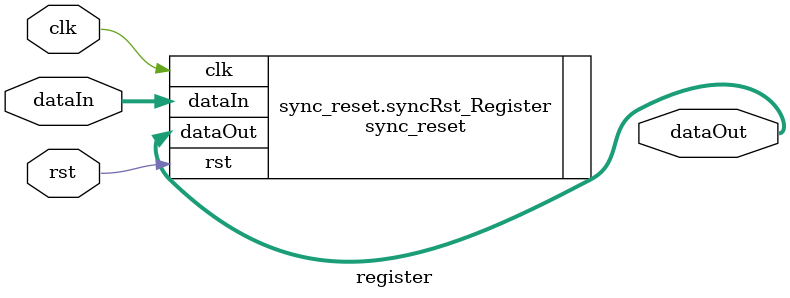
<source format=v>
module register #(
	parameter WIDTH    = 18,
	parameter RESET    = "SYNC"
)
(
	input  wire 			rst,
	input  wire 			clk,
	input  wire [WIDTH-1:0] dataIn,
	output wire [WIDTH-1:0] dataOut
);

// generate the regsier based on the type of the reset
generate
    if (RESET == "SYNC") begin: sync_reset
        sync_reset #(.WIDTH(WIDTH)) syncRst_Register (
			.rst(rst),
			.clk(clk),
			.dataIn(dataIn),
			.dataOut(dataOut)
        );
    end 
    else if (RESET == "ASYNC") begin: async_reset
        async_reset #(.WIDTH(WIDTH)) asyncRst_Register (
			.rst(rst),
			.clk(clk),
			.dataIn(dataIn),
			.dataOut(dataOut)
        );
    end
    else begin : default_reset
        sync_reset #(.WIDTH(WIDTH)) default_syncRst_Register (
			.rst(rst),
			.clk(clk),
			.dataIn(dataIn),
			.dataOut(dataOut)
        );
    end
endgenerate

endmodule
</source>
